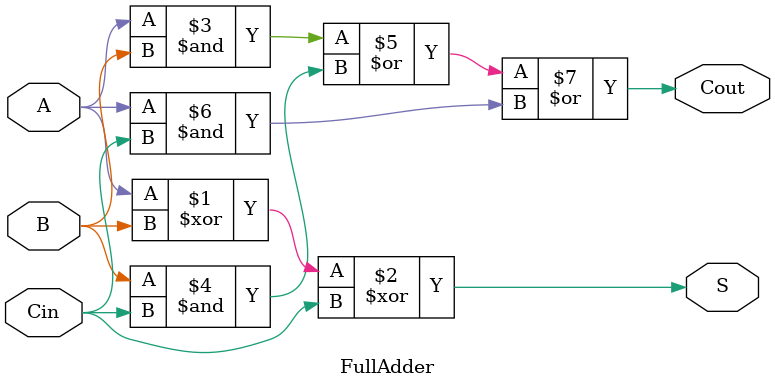
<source format=v>
`timescale 1ns / 1ps
module FullAdder(input wire A, B, Cin, output wire S, Cout);

  assign S = (A^B)^Cin;
  assign Cout = A&B | B&Cin | A&Cin;

endmodule

</source>
